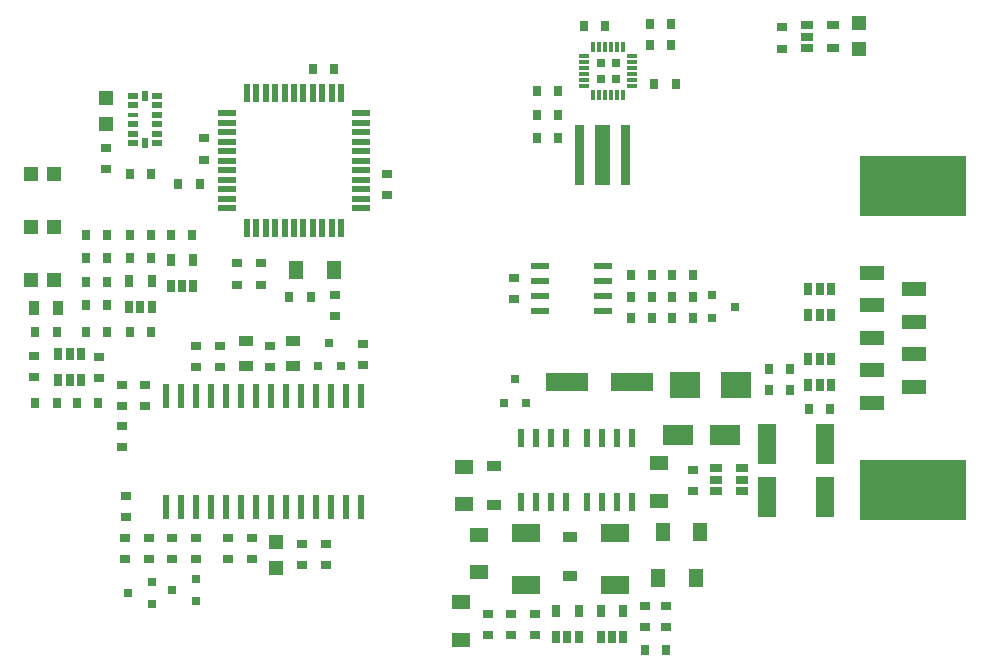
<source format=gbp>
G04 #@! TF.FileFunction,Paste,Bot*
%FSLAX46Y46*%
G04 Gerber Fmt 4.6, Leading zero omitted, Abs format (unit mm)*
G04 Created by KiCad (PCBNEW 4.0.2-stable) date 4/24/2017 9:06:07 AM*
%MOMM*%
G01*
G04 APERTURE LIST*
%ADD10C,0.100000*%
%ADD11R,0.700000X0.900000*%
%ADD12R,3.599180X1.600200*%
%ADD13R,2.499360X2.301240*%
%ADD14R,2.499360X1.800860*%
%ADD15R,0.650000X1.060000*%
%ADD16R,1.550000X0.600000*%
%ADD17R,0.600000X2.000000*%
%ADD18R,1.060000X0.650000*%
%ADD19R,1.500000X0.550000*%
%ADD20R,0.550000X1.500000*%
%ADD21R,1.200000X1.300000*%
%ADD22R,1.250000X1.200000*%
%ADD23R,1.600000X1.200000*%
%ADD24R,1.200000X1.600000*%
%ADD25R,2.400000X1.500000*%
%ADD26R,0.800100X0.800100*%
%ADD27R,0.600000X1.550000*%
%ADD28R,0.820000X0.500000*%
%ADD29R,0.820000X0.400000*%
%ADD30R,0.500000X0.820000*%
%ADD31R,1.300000X0.900000*%
%ADD32R,0.900000X1.300000*%
%ADD33R,1.600000X3.500000*%
%ADD34R,1.220000X0.910000*%
%ADD35R,0.800000X0.900000*%
%ADD36R,0.900000X0.800000*%
%ADD37R,0.900000X0.700000*%
%ADD38R,9.000000X5.200000*%
%ADD39R,2.100000X1.200000*%
%ADD40R,0.850000X0.300000*%
%ADD41R,0.300000X0.850000*%
%ADD42R,0.780000X0.780000*%
G04 APERTURE END LIST*
D10*
D11*
X58000000Y-32000000D03*
X56200000Y-32000000D03*
D12*
X89149180Y-48750000D03*
X94650820Y-48750000D03*
D13*
X103398840Y-49000000D03*
X99101160Y-49000000D03*
D14*
X98501020Y-53200000D03*
X102498980Y-53200000D03*
D15*
X111450000Y-43100000D03*
X110500000Y-43100000D03*
X109550000Y-43100000D03*
X109550000Y-40900000D03*
X111450000Y-40900000D03*
X110500000Y-40900000D03*
X111450000Y-49000000D03*
X110500000Y-49000000D03*
X109550000Y-49000000D03*
X109550000Y-46800000D03*
X111450000Y-46800000D03*
X110500000Y-46800000D03*
D16*
X86800000Y-42705000D03*
X86800000Y-41435000D03*
X86800000Y-40165000D03*
X86800000Y-38895000D03*
X92200000Y-38895000D03*
X92200000Y-40165000D03*
X92200000Y-41435000D03*
X92200000Y-42705000D03*
D17*
X55120000Y-49950000D03*
X56390000Y-49950000D03*
X57660000Y-49950000D03*
X58930000Y-49950000D03*
X60200000Y-49950000D03*
X61470000Y-49950000D03*
X62740000Y-49950000D03*
X64010000Y-49950000D03*
X65280000Y-49950000D03*
X66550000Y-49950000D03*
X67820000Y-49950000D03*
X69090000Y-49950000D03*
X70360000Y-49950000D03*
X71630000Y-49950000D03*
X71630000Y-59350000D03*
X70360000Y-59350000D03*
X69090000Y-59350000D03*
X67820000Y-59350000D03*
X66550000Y-59350000D03*
X65280000Y-59350000D03*
X64010000Y-59350000D03*
X62740000Y-59350000D03*
X61470000Y-59350000D03*
X60200000Y-59350000D03*
X58930000Y-59350000D03*
X57660000Y-59350000D03*
X56390000Y-59350000D03*
X55120000Y-59350000D03*
D15*
X93850000Y-70350000D03*
X92900000Y-70350000D03*
X91950000Y-70350000D03*
X91950000Y-68150000D03*
X93850000Y-68150000D03*
X90100000Y-70350000D03*
X89150000Y-70350000D03*
X88200000Y-70350000D03*
X88200000Y-68150000D03*
X90100000Y-68150000D03*
D18*
X109400000Y-20450000D03*
X109400000Y-19500000D03*
X109400000Y-18550000D03*
X111600000Y-18550000D03*
X111600000Y-20450000D03*
D15*
X57450000Y-40600000D03*
X56500000Y-40600000D03*
X55550000Y-40600000D03*
X55550000Y-38400000D03*
X57450000Y-38400000D03*
D19*
X60300000Y-34000000D03*
X60300000Y-33200000D03*
X60300000Y-32400000D03*
X60300000Y-31600000D03*
X60300000Y-30800000D03*
X60300000Y-30000000D03*
X60300000Y-29200000D03*
X60300000Y-28400000D03*
X60300000Y-27600000D03*
X60300000Y-26800000D03*
X60300000Y-26000000D03*
D20*
X62000000Y-24300000D03*
X62800000Y-24300000D03*
X63600000Y-24300000D03*
X64400000Y-24300000D03*
X65200000Y-24300000D03*
X66000000Y-24300000D03*
X66800000Y-24300000D03*
X67600000Y-24300000D03*
X68400000Y-24300000D03*
X69200000Y-24300000D03*
X70000000Y-24300000D03*
D19*
X71700000Y-26000000D03*
X71700000Y-26800000D03*
X71700000Y-27600000D03*
X71700000Y-28400000D03*
X71700000Y-29200000D03*
X71700000Y-30000000D03*
X71700000Y-30800000D03*
X71700000Y-31600000D03*
X71700000Y-32400000D03*
X71700000Y-33200000D03*
X71700000Y-34000000D03*
D20*
X70000000Y-35700000D03*
X69200000Y-35700000D03*
X68400000Y-35700000D03*
X67600000Y-35700000D03*
X66800000Y-35700000D03*
X66000000Y-35700000D03*
X65200000Y-35700000D03*
X64400000Y-35700000D03*
X63600000Y-35700000D03*
X62800000Y-35700000D03*
X62000000Y-35700000D03*
D21*
X43700000Y-31100000D03*
X45700000Y-31100000D03*
X43700000Y-35600000D03*
X45700000Y-35600000D03*
X43700000Y-40100000D03*
X45700000Y-40100000D03*
D22*
X64450000Y-62250000D03*
X64450000Y-64450000D03*
D23*
X96900000Y-55600000D03*
X96900000Y-58800000D03*
D24*
X97200000Y-61400000D03*
X100400000Y-61400000D03*
D22*
X113800000Y-20500000D03*
X113800000Y-18300000D03*
D23*
X80400000Y-55900000D03*
X80400000Y-59100000D03*
X81650000Y-64850000D03*
X81650000Y-61650000D03*
X80150000Y-67400000D03*
X80150000Y-70600000D03*
D22*
X50100000Y-24700000D03*
X50100000Y-26900000D03*
D25*
X93150000Y-61550000D03*
X93150000Y-65950000D03*
X85650000Y-61550000D03*
X85650000Y-65950000D03*
D26*
X53950760Y-65650000D03*
X53950760Y-67550000D03*
X51951780Y-66600000D03*
X57700760Y-65400000D03*
X57700760Y-67300000D03*
X55701780Y-66350000D03*
X85650000Y-50500760D03*
X83750000Y-50500760D03*
X84700000Y-48501780D03*
X101349240Y-43300000D03*
X101349240Y-41400000D03*
X103348220Y-42350000D03*
X69950000Y-47400760D03*
X68050000Y-47400760D03*
X69000000Y-45401780D03*
D27*
X90795000Y-53500000D03*
X92065000Y-53500000D03*
X93335000Y-53500000D03*
X94605000Y-53500000D03*
X94605000Y-58900000D03*
X93335000Y-58900000D03*
X92065000Y-58900000D03*
X90795000Y-58900000D03*
X85195000Y-53500000D03*
X86465000Y-53500000D03*
X87735000Y-53500000D03*
X89005000Y-53500000D03*
X89005000Y-58900000D03*
X87735000Y-58900000D03*
X86465000Y-58900000D03*
X85195000Y-58900000D03*
D28*
X52400000Y-28500000D03*
X52400000Y-27700000D03*
X52400000Y-26900000D03*
D29*
X52400000Y-26100000D03*
D28*
X52400000Y-25300000D03*
X52400000Y-24500000D03*
D30*
X53400000Y-24500000D03*
D28*
X54400000Y-24500000D03*
X54400000Y-25300000D03*
X54400000Y-26100000D03*
X54400000Y-26900000D03*
X54400000Y-27700000D03*
X54400000Y-28500000D03*
D30*
X53400000Y-28500000D03*
D31*
X65900000Y-45300000D03*
X65900000Y-47400000D03*
X61950000Y-47400000D03*
X61950000Y-45300000D03*
D32*
X46050000Y-42500000D03*
X43950000Y-42500000D03*
D33*
X106061600Y-58500000D03*
X110938400Y-58500000D03*
X110938400Y-54000000D03*
X106061600Y-54000000D03*
D34*
X89400000Y-61865000D03*
X89400000Y-65135000D03*
X82900000Y-55865000D03*
X82900000Y-59135000D03*
D35*
X48350000Y-36250000D03*
X50150000Y-36250000D03*
X48350000Y-38250000D03*
X50150000Y-38250000D03*
X48350000Y-40250000D03*
X50150000Y-40250000D03*
X97900000Y-18400000D03*
X96100000Y-18400000D03*
X98300000Y-23500000D03*
X96500000Y-23500000D03*
X96100000Y-20200000D03*
X97900000Y-20200000D03*
X86550000Y-26100000D03*
X88350000Y-26100000D03*
X108000000Y-47600000D03*
X106200000Y-47600000D03*
X106200000Y-49450000D03*
X108000000Y-49450000D03*
D36*
X84400000Y-68350000D03*
X84400000Y-70150000D03*
X99800000Y-58000000D03*
X99800000Y-56200000D03*
X86400000Y-68350000D03*
X86400000Y-70150000D03*
D35*
X50150000Y-42250000D03*
X48350000Y-42250000D03*
X45900000Y-50500000D03*
X44100000Y-50500000D03*
X48350000Y-44500000D03*
X50150000Y-44500000D03*
D36*
X44000000Y-48300000D03*
X44000000Y-46500000D03*
X97500000Y-69500000D03*
X97500000Y-67700000D03*
D35*
X95700000Y-71400000D03*
X97500000Y-71400000D03*
D36*
X49500000Y-46600000D03*
X49500000Y-48400000D03*
D35*
X47600000Y-50500000D03*
X49400000Y-50500000D03*
D36*
X68700000Y-64250000D03*
X68700000Y-62450000D03*
X60450000Y-63750000D03*
X60450000Y-61950000D03*
X66700000Y-64250000D03*
X66700000Y-62450000D03*
D35*
X98000000Y-43300000D03*
X99800000Y-43300000D03*
X94500000Y-43300000D03*
X96300000Y-43300000D03*
D36*
X51450000Y-52450000D03*
X51450000Y-54250000D03*
D35*
X94500000Y-39700000D03*
X96300000Y-39700000D03*
D36*
X63950000Y-47500000D03*
X63950000Y-45700000D03*
X57700000Y-45700000D03*
X57700000Y-47500000D03*
X51450000Y-50750000D03*
X51450000Y-48950000D03*
D35*
X94500000Y-41500000D03*
X96300000Y-41500000D03*
D36*
X53400000Y-50800000D03*
X53400000Y-49000000D03*
X57700000Y-61950000D03*
X57700000Y-63750000D03*
X55700000Y-61950000D03*
X55700000Y-63750000D03*
X62450000Y-61950000D03*
X62450000Y-63750000D03*
X61200000Y-40500000D03*
X61200000Y-38700000D03*
X50100000Y-30700000D03*
X50100000Y-28900000D03*
X51700000Y-63750000D03*
X51700000Y-61950000D03*
D37*
X59700000Y-47500000D03*
X59700000Y-45700000D03*
D11*
X98000000Y-41500000D03*
X99800000Y-41500000D03*
X98000000Y-39700000D03*
X99800000Y-39700000D03*
D37*
X51750000Y-60150000D03*
X51750000Y-58350000D03*
X84600000Y-39900000D03*
X84600000Y-41700000D03*
X53700000Y-63750000D03*
X53700000Y-61950000D03*
X71800000Y-45500000D03*
X71800000Y-47300000D03*
D11*
X111400000Y-51000000D03*
X109600000Y-51000000D03*
D37*
X95700000Y-67700000D03*
X95700000Y-69500000D03*
D11*
X44100000Y-44500000D03*
X45900000Y-44500000D03*
D37*
X107300000Y-20500000D03*
X107300000Y-18700000D03*
X82400000Y-68350000D03*
X82400000Y-70150000D03*
D11*
X52100000Y-36250000D03*
X53900000Y-36250000D03*
X53900000Y-38250000D03*
X52100000Y-38250000D03*
X88350000Y-24100000D03*
X86550000Y-24100000D03*
X52100000Y-31100000D03*
X53900000Y-31100000D03*
X88350000Y-28100000D03*
X86550000Y-28100000D03*
D37*
X73900000Y-32900000D03*
X73900000Y-31100000D03*
X58400000Y-28100000D03*
X58400000Y-29900000D03*
D11*
X67600000Y-22200000D03*
X69400000Y-22200000D03*
X92350000Y-18600000D03*
X90550000Y-18600000D03*
D37*
X63200000Y-38700000D03*
X63200000Y-40500000D03*
D11*
X53900000Y-44500000D03*
X52100000Y-44500000D03*
X57400000Y-36250000D03*
X55600000Y-36250000D03*
D15*
X53950000Y-42350000D03*
X53000000Y-42350000D03*
X52050000Y-42350000D03*
X52050000Y-40150000D03*
X53950000Y-40150000D03*
D38*
X118400000Y-32100000D03*
D39*
X114900000Y-39480000D03*
X114900000Y-42240000D03*
X114900000Y-45000000D03*
X114900000Y-47760000D03*
X114900000Y-50520000D03*
X118500000Y-40860000D03*
X118500000Y-43620000D03*
X118500000Y-46380000D03*
X118500000Y-49140000D03*
D38*
X118400000Y-57900000D03*
D15*
X46050000Y-46400000D03*
X47000000Y-46400000D03*
X47950000Y-46400000D03*
X47950000Y-48600000D03*
X46050000Y-48600000D03*
X47000000Y-48600000D03*
D18*
X103900000Y-56050000D03*
X103900000Y-57000000D03*
X103900000Y-57950000D03*
X101700000Y-57950000D03*
X101700000Y-56050000D03*
X101700000Y-57000000D03*
D11*
X67400000Y-41500000D03*
X65600000Y-41500000D03*
D37*
X69500000Y-43150000D03*
X69500000Y-41350000D03*
D24*
X66150000Y-39250000D03*
X69350000Y-39250000D03*
X96800000Y-65300000D03*
X100000000Y-65300000D03*
D10*
G36*
X94450000Y-26950000D02*
X94450000Y-32050000D01*
X93650000Y-32050000D01*
X93650000Y-26950000D01*
X94450000Y-26950000D01*
X94450000Y-26950000D01*
G37*
G36*
X92750000Y-26950000D02*
X92750000Y-32050000D01*
X91450000Y-32050000D01*
X91450000Y-26950000D01*
X92750000Y-26950000D01*
X92750000Y-26950000D01*
G37*
G36*
X90550000Y-26950000D02*
X90550000Y-32050000D01*
X89750000Y-32050000D01*
X89750000Y-26950000D01*
X90550000Y-26950000D01*
X90550000Y-26950000D01*
G37*
D40*
X90550000Y-23650000D03*
X90550000Y-23150000D03*
X90550000Y-22650000D03*
X90550000Y-22150000D03*
X90550000Y-21650000D03*
X90550000Y-21150000D03*
D41*
X91350000Y-20350000D03*
X91850000Y-20350000D03*
X92350000Y-20350000D03*
X92850000Y-20350000D03*
X93350000Y-20350000D03*
X93850000Y-20350000D03*
D40*
X94650000Y-21150000D03*
X94650000Y-21650000D03*
X94650000Y-22150000D03*
X94650000Y-22650000D03*
X94650000Y-23150000D03*
X94650000Y-23650000D03*
D41*
X93850000Y-24450000D03*
X93350000Y-24450000D03*
X92850000Y-24450000D03*
X92350000Y-24450000D03*
X91850000Y-24450000D03*
X91350000Y-24450000D03*
D42*
X93250000Y-21750000D03*
X93250000Y-23050000D03*
X91950000Y-21750000D03*
X91950000Y-23050000D03*
M02*

</source>
